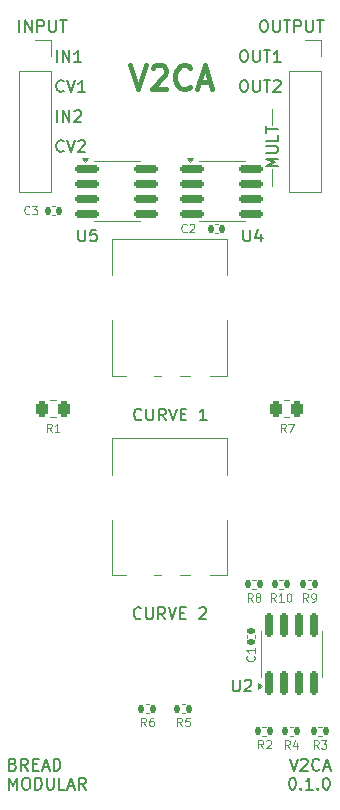
<source format=gbr>
%TF.GenerationSoftware,KiCad,Pcbnew,8.0.5*%
%TF.CreationDate,2024-11-14T15:36:57+05:30*%
%TF.ProjectId,v2ca,76326361-2e6b-4696-9361-645f70636258,rev?*%
%TF.SameCoordinates,Original*%
%TF.FileFunction,Legend,Top*%
%TF.FilePolarity,Positive*%
%FSLAX46Y46*%
G04 Gerber Fmt 4.6, Leading zero omitted, Abs format (unit mm)*
G04 Created by KiCad (PCBNEW 8.0.5) date 2024-11-14 15:36:57*
%MOMM*%
%LPD*%
G01*
G04 APERTURE LIST*
G04 Aperture macros list*
%AMRoundRect*
0 Rectangle with rounded corners*
0 $1 Rounding radius*
0 $2 $3 $4 $5 $6 $7 $8 $9 X,Y pos of 4 corners*
0 Add a 4 corners polygon primitive as box body*
4,1,4,$2,$3,$4,$5,$6,$7,$8,$9,$2,$3,0*
0 Add four circle primitives for the rounded corners*
1,1,$1+$1,$2,$3*
1,1,$1+$1,$4,$5*
1,1,$1+$1,$6,$7*
1,1,$1+$1,$8,$9*
0 Add four rect primitives between the rounded corners*
20,1,$1+$1,$2,$3,$4,$5,0*
20,1,$1+$1,$4,$5,$6,$7,0*
20,1,$1+$1,$6,$7,$8,$9,0*
20,1,$1+$1,$8,$9,$2,$3,0*%
G04 Aperture macros list end*
%ADD10C,0.100000*%
%ADD11C,0.150000*%
%ADD12C,0.200000*%
%ADD13C,0.400000*%
%ADD14C,0.120000*%
%ADD15RoundRect,0.150000X-0.825000X-0.150000X0.825000X-0.150000X0.825000X0.150000X-0.825000X0.150000X0*%
%ADD16R,2.290000X3.000000*%
%ADD17C,1.800000*%
%ADD18RoundRect,0.150000X0.150000X-0.825000X0.150000X0.825000X-0.150000X0.825000X-0.150000X-0.825000X0*%
%ADD19R,3.000000X2.290000*%
%ADD20R,1.800000X1.800000*%
%ADD21O,2.720000X3.240000*%
%ADD22RoundRect,0.135000X0.135000X0.185000X-0.135000X0.185000X-0.135000X-0.185000X0.135000X-0.185000X0*%
%ADD23RoundRect,0.250000X-0.262500X-0.450000X0.262500X-0.450000X0.262500X0.450000X-0.262500X0.450000X0*%
%ADD24RoundRect,0.250000X0.262500X0.450000X-0.262500X0.450000X-0.262500X-0.450000X0.262500X-0.450000X0*%
%ADD25R,1.700000X1.700000*%
%ADD26O,1.700000X1.700000*%
%ADD27RoundRect,0.140000X-0.140000X-0.170000X0.140000X-0.170000X0.140000X0.170000X-0.140000X0.170000X0*%
%ADD28RoundRect,0.140000X0.140000X0.170000X-0.140000X0.170000X-0.140000X-0.170000X0.140000X-0.170000X0*%
%ADD29RoundRect,0.140000X-0.170000X0.140000X-0.170000X-0.140000X0.170000X-0.140000X0.170000X0.140000X0*%
G04 APERTURE END LIST*
D10*
X70866000Y-55308500D02*
X70866000Y-56705500D01*
X70866000Y-50165000D02*
X70866000Y-51562000D01*
D11*
X71370819Y-55057493D02*
X70370819Y-55057493D01*
X70370819Y-55057493D02*
X71085104Y-54724160D01*
X71085104Y-54724160D02*
X70370819Y-54390827D01*
X70370819Y-54390827D02*
X71370819Y-54390827D01*
X70370819Y-53914636D02*
X71180342Y-53914636D01*
X71180342Y-53914636D02*
X71275580Y-53867017D01*
X71275580Y-53867017D02*
X71323200Y-53819398D01*
X71323200Y-53819398D02*
X71370819Y-53724160D01*
X71370819Y-53724160D02*
X71370819Y-53533684D01*
X71370819Y-53533684D02*
X71323200Y-53438446D01*
X71323200Y-53438446D02*
X71275580Y-53390827D01*
X71275580Y-53390827D02*
X71180342Y-53343208D01*
X71180342Y-53343208D02*
X70370819Y-53343208D01*
X71370819Y-52390827D02*
X71370819Y-52867017D01*
X71370819Y-52867017D02*
X70370819Y-52867017D01*
X70370819Y-52200350D02*
X70370819Y-51628922D01*
X71370819Y-51914636D02*
X70370819Y-51914636D01*
X68402363Y-47764819D02*
X68592839Y-47764819D01*
X68592839Y-47764819D02*
X68688077Y-47812438D01*
X68688077Y-47812438D02*
X68783315Y-47907676D01*
X68783315Y-47907676D02*
X68830934Y-48098152D01*
X68830934Y-48098152D02*
X68830934Y-48431485D01*
X68830934Y-48431485D02*
X68783315Y-48621961D01*
X68783315Y-48621961D02*
X68688077Y-48717200D01*
X68688077Y-48717200D02*
X68592839Y-48764819D01*
X68592839Y-48764819D02*
X68402363Y-48764819D01*
X68402363Y-48764819D02*
X68307125Y-48717200D01*
X68307125Y-48717200D02*
X68211887Y-48621961D01*
X68211887Y-48621961D02*
X68164268Y-48431485D01*
X68164268Y-48431485D02*
X68164268Y-48098152D01*
X68164268Y-48098152D02*
X68211887Y-47907676D01*
X68211887Y-47907676D02*
X68307125Y-47812438D01*
X68307125Y-47812438D02*
X68402363Y-47764819D01*
X69259506Y-47764819D02*
X69259506Y-48574342D01*
X69259506Y-48574342D02*
X69307125Y-48669580D01*
X69307125Y-48669580D02*
X69354744Y-48717200D01*
X69354744Y-48717200D02*
X69449982Y-48764819D01*
X69449982Y-48764819D02*
X69640458Y-48764819D01*
X69640458Y-48764819D02*
X69735696Y-48717200D01*
X69735696Y-48717200D02*
X69783315Y-48669580D01*
X69783315Y-48669580D02*
X69830934Y-48574342D01*
X69830934Y-48574342D02*
X69830934Y-47764819D01*
X70164268Y-47764819D02*
X70735696Y-47764819D01*
X70449982Y-48764819D02*
X70449982Y-47764819D01*
X71021411Y-47860057D02*
X71069030Y-47812438D01*
X71069030Y-47812438D02*
X71164268Y-47764819D01*
X71164268Y-47764819D02*
X71402363Y-47764819D01*
X71402363Y-47764819D02*
X71497601Y-47812438D01*
X71497601Y-47812438D02*
X71545220Y-47860057D01*
X71545220Y-47860057D02*
X71592839Y-47955295D01*
X71592839Y-47955295D02*
X71592839Y-48050533D01*
X71592839Y-48050533D02*
X71545220Y-48193390D01*
X71545220Y-48193390D02*
X70973792Y-48764819D01*
X70973792Y-48764819D02*
X71592839Y-48764819D01*
X68402363Y-45224819D02*
X68592839Y-45224819D01*
X68592839Y-45224819D02*
X68688077Y-45272438D01*
X68688077Y-45272438D02*
X68783315Y-45367676D01*
X68783315Y-45367676D02*
X68830934Y-45558152D01*
X68830934Y-45558152D02*
X68830934Y-45891485D01*
X68830934Y-45891485D02*
X68783315Y-46081961D01*
X68783315Y-46081961D02*
X68688077Y-46177200D01*
X68688077Y-46177200D02*
X68592839Y-46224819D01*
X68592839Y-46224819D02*
X68402363Y-46224819D01*
X68402363Y-46224819D02*
X68307125Y-46177200D01*
X68307125Y-46177200D02*
X68211887Y-46081961D01*
X68211887Y-46081961D02*
X68164268Y-45891485D01*
X68164268Y-45891485D02*
X68164268Y-45558152D01*
X68164268Y-45558152D02*
X68211887Y-45367676D01*
X68211887Y-45367676D02*
X68307125Y-45272438D01*
X68307125Y-45272438D02*
X68402363Y-45224819D01*
X69259506Y-45224819D02*
X69259506Y-46034342D01*
X69259506Y-46034342D02*
X69307125Y-46129580D01*
X69307125Y-46129580D02*
X69354744Y-46177200D01*
X69354744Y-46177200D02*
X69449982Y-46224819D01*
X69449982Y-46224819D02*
X69640458Y-46224819D01*
X69640458Y-46224819D02*
X69735696Y-46177200D01*
X69735696Y-46177200D02*
X69783315Y-46129580D01*
X69783315Y-46129580D02*
X69830934Y-46034342D01*
X69830934Y-46034342D02*
X69830934Y-45224819D01*
X70164268Y-45224819D02*
X70735696Y-45224819D01*
X70449982Y-46224819D02*
X70449982Y-45224819D01*
X71592839Y-46224819D02*
X71021411Y-46224819D01*
X71307125Y-46224819D02*
X71307125Y-45224819D01*
X71307125Y-45224819D02*
X71211887Y-45367676D01*
X71211887Y-45367676D02*
X71116649Y-45462914D01*
X71116649Y-45462914D02*
X71021411Y-45510533D01*
X53232207Y-53749580D02*
X53184588Y-53797200D01*
X53184588Y-53797200D02*
X53041731Y-53844819D01*
X53041731Y-53844819D02*
X52946493Y-53844819D01*
X52946493Y-53844819D02*
X52803636Y-53797200D01*
X52803636Y-53797200D02*
X52708398Y-53701961D01*
X52708398Y-53701961D02*
X52660779Y-53606723D01*
X52660779Y-53606723D02*
X52613160Y-53416247D01*
X52613160Y-53416247D02*
X52613160Y-53273390D01*
X52613160Y-53273390D02*
X52660779Y-53082914D01*
X52660779Y-53082914D02*
X52708398Y-52987676D01*
X52708398Y-52987676D02*
X52803636Y-52892438D01*
X52803636Y-52892438D02*
X52946493Y-52844819D01*
X52946493Y-52844819D02*
X53041731Y-52844819D01*
X53041731Y-52844819D02*
X53184588Y-52892438D01*
X53184588Y-52892438D02*
X53232207Y-52940057D01*
X53517922Y-52844819D02*
X53851255Y-53844819D01*
X53851255Y-53844819D02*
X54184588Y-52844819D01*
X54470303Y-52940057D02*
X54517922Y-52892438D01*
X54517922Y-52892438D02*
X54613160Y-52844819D01*
X54613160Y-52844819D02*
X54851255Y-52844819D01*
X54851255Y-52844819D02*
X54946493Y-52892438D01*
X54946493Y-52892438D02*
X54994112Y-52940057D01*
X54994112Y-52940057D02*
X55041731Y-53035295D01*
X55041731Y-53035295D02*
X55041731Y-53130533D01*
X55041731Y-53130533D02*
X54994112Y-53273390D01*
X54994112Y-53273390D02*
X54422684Y-53844819D01*
X54422684Y-53844819D02*
X55041731Y-53844819D01*
X53232207Y-48669580D02*
X53184588Y-48717200D01*
X53184588Y-48717200D02*
X53041731Y-48764819D01*
X53041731Y-48764819D02*
X52946493Y-48764819D01*
X52946493Y-48764819D02*
X52803636Y-48717200D01*
X52803636Y-48717200D02*
X52708398Y-48621961D01*
X52708398Y-48621961D02*
X52660779Y-48526723D01*
X52660779Y-48526723D02*
X52613160Y-48336247D01*
X52613160Y-48336247D02*
X52613160Y-48193390D01*
X52613160Y-48193390D02*
X52660779Y-48002914D01*
X52660779Y-48002914D02*
X52708398Y-47907676D01*
X52708398Y-47907676D02*
X52803636Y-47812438D01*
X52803636Y-47812438D02*
X52946493Y-47764819D01*
X52946493Y-47764819D02*
X53041731Y-47764819D01*
X53041731Y-47764819D02*
X53184588Y-47812438D01*
X53184588Y-47812438D02*
X53232207Y-47860057D01*
X53517922Y-47764819D02*
X53851255Y-48764819D01*
X53851255Y-48764819D02*
X54184588Y-47764819D01*
X55041731Y-48764819D02*
X54470303Y-48764819D01*
X54756017Y-48764819D02*
X54756017Y-47764819D01*
X54756017Y-47764819D02*
X54660779Y-47907676D01*
X54660779Y-47907676D02*
X54565541Y-48002914D01*
X54565541Y-48002914D02*
X54470303Y-48050533D01*
X52660779Y-51304819D02*
X52660779Y-50304819D01*
X53136969Y-51304819D02*
X53136969Y-50304819D01*
X53136969Y-50304819D02*
X53708397Y-51304819D01*
X53708397Y-51304819D02*
X53708397Y-50304819D01*
X54136969Y-50400057D02*
X54184588Y-50352438D01*
X54184588Y-50352438D02*
X54279826Y-50304819D01*
X54279826Y-50304819D02*
X54517921Y-50304819D01*
X54517921Y-50304819D02*
X54613159Y-50352438D01*
X54613159Y-50352438D02*
X54660778Y-50400057D01*
X54660778Y-50400057D02*
X54708397Y-50495295D01*
X54708397Y-50495295D02*
X54708397Y-50590533D01*
X54708397Y-50590533D02*
X54660778Y-50733390D01*
X54660778Y-50733390D02*
X54089350Y-51304819D01*
X54089350Y-51304819D02*
X54708397Y-51304819D01*
X52660779Y-46224819D02*
X52660779Y-45224819D01*
X53136969Y-46224819D02*
X53136969Y-45224819D01*
X53136969Y-45224819D02*
X53708397Y-46224819D01*
X53708397Y-46224819D02*
X53708397Y-45224819D01*
X54708397Y-46224819D02*
X54136969Y-46224819D01*
X54422683Y-46224819D02*
X54422683Y-45224819D01*
X54422683Y-45224819D02*
X54327445Y-45367676D01*
X54327445Y-45367676D02*
X54232207Y-45462914D01*
X54232207Y-45462914D02*
X54136969Y-45510533D01*
X70101220Y-42684819D02*
X70291696Y-42684819D01*
X70291696Y-42684819D02*
X70386934Y-42732438D01*
X70386934Y-42732438D02*
X70482172Y-42827676D01*
X70482172Y-42827676D02*
X70529791Y-43018152D01*
X70529791Y-43018152D02*
X70529791Y-43351485D01*
X70529791Y-43351485D02*
X70482172Y-43541961D01*
X70482172Y-43541961D02*
X70386934Y-43637200D01*
X70386934Y-43637200D02*
X70291696Y-43684819D01*
X70291696Y-43684819D02*
X70101220Y-43684819D01*
X70101220Y-43684819D02*
X70005982Y-43637200D01*
X70005982Y-43637200D02*
X69910744Y-43541961D01*
X69910744Y-43541961D02*
X69863125Y-43351485D01*
X69863125Y-43351485D02*
X69863125Y-43018152D01*
X69863125Y-43018152D02*
X69910744Y-42827676D01*
X69910744Y-42827676D02*
X70005982Y-42732438D01*
X70005982Y-42732438D02*
X70101220Y-42684819D01*
X70958363Y-42684819D02*
X70958363Y-43494342D01*
X70958363Y-43494342D02*
X71005982Y-43589580D01*
X71005982Y-43589580D02*
X71053601Y-43637200D01*
X71053601Y-43637200D02*
X71148839Y-43684819D01*
X71148839Y-43684819D02*
X71339315Y-43684819D01*
X71339315Y-43684819D02*
X71434553Y-43637200D01*
X71434553Y-43637200D02*
X71482172Y-43589580D01*
X71482172Y-43589580D02*
X71529791Y-43494342D01*
X71529791Y-43494342D02*
X71529791Y-42684819D01*
X71863125Y-42684819D02*
X72434553Y-42684819D01*
X72148839Y-43684819D02*
X72148839Y-42684819D01*
X72767887Y-43684819D02*
X72767887Y-42684819D01*
X72767887Y-42684819D02*
X73148839Y-42684819D01*
X73148839Y-42684819D02*
X73244077Y-42732438D01*
X73244077Y-42732438D02*
X73291696Y-42780057D01*
X73291696Y-42780057D02*
X73339315Y-42875295D01*
X73339315Y-42875295D02*
X73339315Y-43018152D01*
X73339315Y-43018152D02*
X73291696Y-43113390D01*
X73291696Y-43113390D02*
X73244077Y-43161009D01*
X73244077Y-43161009D02*
X73148839Y-43208628D01*
X73148839Y-43208628D02*
X72767887Y-43208628D01*
X73767887Y-42684819D02*
X73767887Y-43494342D01*
X73767887Y-43494342D02*
X73815506Y-43589580D01*
X73815506Y-43589580D02*
X73863125Y-43637200D01*
X73863125Y-43637200D02*
X73958363Y-43684819D01*
X73958363Y-43684819D02*
X74148839Y-43684819D01*
X74148839Y-43684819D02*
X74244077Y-43637200D01*
X74244077Y-43637200D02*
X74291696Y-43589580D01*
X74291696Y-43589580D02*
X74339315Y-43494342D01*
X74339315Y-43494342D02*
X74339315Y-42684819D01*
X74672649Y-42684819D02*
X75244077Y-42684819D01*
X74958363Y-43684819D02*
X74958363Y-42684819D01*
X49485779Y-43684819D02*
X49485779Y-42684819D01*
X49961969Y-43684819D02*
X49961969Y-42684819D01*
X49961969Y-42684819D02*
X50533397Y-43684819D01*
X50533397Y-43684819D02*
X50533397Y-42684819D01*
X51009588Y-43684819D02*
X51009588Y-42684819D01*
X51009588Y-42684819D02*
X51390540Y-42684819D01*
X51390540Y-42684819D02*
X51485778Y-42732438D01*
X51485778Y-42732438D02*
X51533397Y-42780057D01*
X51533397Y-42780057D02*
X51581016Y-42875295D01*
X51581016Y-42875295D02*
X51581016Y-43018152D01*
X51581016Y-43018152D02*
X51533397Y-43113390D01*
X51533397Y-43113390D02*
X51485778Y-43161009D01*
X51485778Y-43161009D02*
X51390540Y-43208628D01*
X51390540Y-43208628D02*
X51009588Y-43208628D01*
X52009588Y-42684819D02*
X52009588Y-43494342D01*
X52009588Y-43494342D02*
X52057207Y-43589580D01*
X52057207Y-43589580D02*
X52104826Y-43637200D01*
X52104826Y-43637200D02*
X52200064Y-43684819D01*
X52200064Y-43684819D02*
X52390540Y-43684819D01*
X52390540Y-43684819D02*
X52485778Y-43637200D01*
X52485778Y-43637200D02*
X52533397Y-43589580D01*
X52533397Y-43589580D02*
X52581016Y-43494342D01*
X52581016Y-43494342D02*
X52581016Y-42684819D01*
X52914350Y-42684819D02*
X53485778Y-42684819D01*
X53200064Y-43684819D02*
X53200064Y-42684819D01*
X59778878Y-93299567D02*
X59731259Y-93347187D01*
X59731259Y-93347187D02*
X59588402Y-93394806D01*
X59588402Y-93394806D02*
X59493164Y-93394806D01*
X59493164Y-93394806D02*
X59350307Y-93347187D01*
X59350307Y-93347187D02*
X59255069Y-93251948D01*
X59255069Y-93251948D02*
X59207450Y-93156710D01*
X59207450Y-93156710D02*
X59159831Y-92966234D01*
X59159831Y-92966234D02*
X59159831Y-92823377D01*
X59159831Y-92823377D02*
X59207450Y-92632901D01*
X59207450Y-92632901D02*
X59255069Y-92537663D01*
X59255069Y-92537663D02*
X59350307Y-92442425D01*
X59350307Y-92442425D02*
X59493164Y-92394806D01*
X59493164Y-92394806D02*
X59588402Y-92394806D01*
X59588402Y-92394806D02*
X59731259Y-92442425D01*
X59731259Y-92442425D02*
X59778878Y-92490044D01*
X60207450Y-92394806D02*
X60207450Y-93204329D01*
X60207450Y-93204329D02*
X60255069Y-93299567D01*
X60255069Y-93299567D02*
X60302688Y-93347187D01*
X60302688Y-93347187D02*
X60397926Y-93394806D01*
X60397926Y-93394806D02*
X60588402Y-93394806D01*
X60588402Y-93394806D02*
X60683640Y-93347187D01*
X60683640Y-93347187D02*
X60731259Y-93299567D01*
X60731259Y-93299567D02*
X60778878Y-93204329D01*
X60778878Y-93204329D02*
X60778878Y-92394806D01*
X61826497Y-93394806D02*
X61493164Y-92918615D01*
X61255069Y-93394806D02*
X61255069Y-92394806D01*
X61255069Y-92394806D02*
X61636021Y-92394806D01*
X61636021Y-92394806D02*
X61731259Y-92442425D01*
X61731259Y-92442425D02*
X61778878Y-92490044D01*
X61778878Y-92490044D02*
X61826497Y-92585282D01*
X61826497Y-92585282D02*
X61826497Y-92728139D01*
X61826497Y-92728139D02*
X61778878Y-92823377D01*
X61778878Y-92823377D02*
X61731259Y-92870996D01*
X61731259Y-92870996D02*
X61636021Y-92918615D01*
X61636021Y-92918615D02*
X61255069Y-92918615D01*
X62112212Y-92394806D02*
X62445545Y-93394806D01*
X62445545Y-93394806D02*
X62778878Y-92394806D01*
X63112212Y-92870996D02*
X63445545Y-92870996D01*
X63588402Y-93394806D02*
X63112212Y-93394806D01*
X63112212Y-93394806D02*
X63112212Y-92394806D01*
X63112212Y-92394806D02*
X63588402Y-92394806D01*
X64731260Y-92490044D02*
X64778879Y-92442425D01*
X64778879Y-92442425D02*
X64874117Y-92394806D01*
X64874117Y-92394806D02*
X65112212Y-92394806D01*
X65112212Y-92394806D02*
X65207450Y-92442425D01*
X65207450Y-92442425D02*
X65255069Y-92490044D01*
X65255069Y-92490044D02*
X65302688Y-92585282D01*
X65302688Y-92585282D02*
X65302688Y-92680520D01*
X65302688Y-92680520D02*
X65255069Y-92823377D01*
X65255069Y-92823377D02*
X64683641Y-93394806D01*
X64683641Y-93394806D02*
X65302688Y-93394806D01*
X59815453Y-76474640D02*
X59767834Y-76522260D01*
X59767834Y-76522260D02*
X59624977Y-76569879D01*
X59624977Y-76569879D02*
X59529739Y-76569879D01*
X59529739Y-76569879D02*
X59386882Y-76522260D01*
X59386882Y-76522260D02*
X59291644Y-76427021D01*
X59291644Y-76427021D02*
X59244025Y-76331783D01*
X59244025Y-76331783D02*
X59196406Y-76141307D01*
X59196406Y-76141307D02*
X59196406Y-75998450D01*
X59196406Y-75998450D02*
X59244025Y-75807974D01*
X59244025Y-75807974D02*
X59291644Y-75712736D01*
X59291644Y-75712736D02*
X59386882Y-75617498D01*
X59386882Y-75617498D02*
X59529739Y-75569879D01*
X59529739Y-75569879D02*
X59624977Y-75569879D01*
X59624977Y-75569879D02*
X59767834Y-75617498D01*
X59767834Y-75617498D02*
X59815453Y-75665117D01*
X60244025Y-75569879D02*
X60244025Y-76379402D01*
X60244025Y-76379402D02*
X60291644Y-76474640D01*
X60291644Y-76474640D02*
X60339263Y-76522260D01*
X60339263Y-76522260D02*
X60434501Y-76569879D01*
X60434501Y-76569879D02*
X60624977Y-76569879D01*
X60624977Y-76569879D02*
X60720215Y-76522260D01*
X60720215Y-76522260D02*
X60767834Y-76474640D01*
X60767834Y-76474640D02*
X60815453Y-76379402D01*
X60815453Y-76379402D02*
X60815453Y-75569879D01*
X61863072Y-76569879D02*
X61529739Y-76093688D01*
X61291644Y-76569879D02*
X61291644Y-75569879D01*
X61291644Y-75569879D02*
X61672596Y-75569879D01*
X61672596Y-75569879D02*
X61767834Y-75617498D01*
X61767834Y-75617498D02*
X61815453Y-75665117D01*
X61815453Y-75665117D02*
X61863072Y-75760355D01*
X61863072Y-75760355D02*
X61863072Y-75903212D01*
X61863072Y-75903212D02*
X61815453Y-75998450D01*
X61815453Y-75998450D02*
X61767834Y-76046069D01*
X61767834Y-76046069D02*
X61672596Y-76093688D01*
X61672596Y-76093688D02*
X61291644Y-76093688D01*
X62148787Y-75569879D02*
X62482120Y-76569879D01*
X62482120Y-76569879D02*
X62815453Y-75569879D01*
X63148787Y-76046069D02*
X63482120Y-76046069D01*
X63624977Y-76569879D02*
X63148787Y-76569879D01*
X63148787Y-76569879D02*
X63148787Y-75569879D01*
X63148787Y-75569879D02*
X63624977Y-75569879D01*
X65339263Y-76569879D02*
X64767835Y-76569879D01*
X65053549Y-76569879D02*
X65053549Y-75569879D01*
X65053549Y-75569879D02*
X64958311Y-75712736D01*
X64958311Y-75712736D02*
X64863073Y-75807974D01*
X64863073Y-75807974D02*
X64767835Y-75855593D01*
D12*
X72369993Y-105207275D02*
X72703326Y-106207275D01*
X72703326Y-106207275D02*
X73036659Y-105207275D01*
X73322374Y-105302513D02*
X73369993Y-105254894D01*
X73369993Y-105254894D02*
X73465231Y-105207275D01*
X73465231Y-105207275D02*
X73703326Y-105207275D01*
X73703326Y-105207275D02*
X73798564Y-105254894D01*
X73798564Y-105254894D02*
X73846183Y-105302513D01*
X73846183Y-105302513D02*
X73893802Y-105397751D01*
X73893802Y-105397751D02*
X73893802Y-105492989D01*
X73893802Y-105492989D02*
X73846183Y-105635846D01*
X73846183Y-105635846D02*
X73274755Y-106207275D01*
X73274755Y-106207275D02*
X73893802Y-106207275D01*
X74893802Y-106112036D02*
X74846183Y-106159656D01*
X74846183Y-106159656D02*
X74703326Y-106207275D01*
X74703326Y-106207275D02*
X74608088Y-106207275D01*
X74608088Y-106207275D02*
X74465231Y-106159656D01*
X74465231Y-106159656D02*
X74369993Y-106064417D01*
X74369993Y-106064417D02*
X74322374Y-105969179D01*
X74322374Y-105969179D02*
X74274755Y-105778703D01*
X74274755Y-105778703D02*
X74274755Y-105635846D01*
X74274755Y-105635846D02*
X74322374Y-105445370D01*
X74322374Y-105445370D02*
X74369993Y-105350132D01*
X74369993Y-105350132D02*
X74465231Y-105254894D01*
X74465231Y-105254894D02*
X74608088Y-105207275D01*
X74608088Y-105207275D02*
X74703326Y-105207275D01*
X74703326Y-105207275D02*
X74846183Y-105254894D01*
X74846183Y-105254894D02*
X74893802Y-105302513D01*
X75274755Y-105921560D02*
X75750945Y-105921560D01*
X75179517Y-106207275D02*
X75512850Y-105207275D01*
X75512850Y-105207275D02*
X75846183Y-106207275D01*
X72560470Y-106817219D02*
X72655708Y-106817219D01*
X72655708Y-106817219D02*
X72750946Y-106864838D01*
X72750946Y-106864838D02*
X72798565Y-106912457D01*
X72798565Y-106912457D02*
X72846184Y-107007695D01*
X72846184Y-107007695D02*
X72893803Y-107198171D01*
X72893803Y-107198171D02*
X72893803Y-107436266D01*
X72893803Y-107436266D02*
X72846184Y-107626742D01*
X72846184Y-107626742D02*
X72798565Y-107721980D01*
X72798565Y-107721980D02*
X72750946Y-107769600D01*
X72750946Y-107769600D02*
X72655708Y-107817219D01*
X72655708Y-107817219D02*
X72560470Y-107817219D01*
X72560470Y-107817219D02*
X72465232Y-107769600D01*
X72465232Y-107769600D02*
X72417613Y-107721980D01*
X72417613Y-107721980D02*
X72369994Y-107626742D01*
X72369994Y-107626742D02*
X72322375Y-107436266D01*
X72322375Y-107436266D02*
X72322375Y-107198171D01*
X72322375Y-107198171D02*
X72369994Y-107007695D01*
X72369994Y-107007695D02*
X72417613Y-106912457D01*
X72417613Y-106912457D02*
X72465232Y-106864838D01*
X72465232Y-106864838D02*
X72560470Y-106817219D01*
X73322375Y-107721980D02*
X73369994Y-107769600D01*
X73369994Y-107769600D02*
X73322375Y-107817219D01*
X73322375Y-107817219D02*
X73274756Y-107769600D01*
X73274756Y-107769600D02*
X73322375Y-107721980D01*
X73322375Y-107721980D02*
X73322375Y-107817219D01*
X74322374Y-107817219D02*
X73750946Y-107817219D01*
X74036660Y-107817219D02*
X74036660Y-106817219D01*
X74036660Y-106817219D02*
X73941422Y-106960076D01*
X73941422Y-106960076D02*
X73846184Y-107055314D01*
X73846184Y-107055314D02*
X73750946Y-107102933D01*
X74750946Y-107721980D02*
X74798565Y-107769600D01*
X74798565Y-107769600D02*
X74750946Y-107817219D01*
X74750946Y-107817219D02*
X74703327Y-107769600D01*
X74703327Y-107769600D02*
X74750946Y-107721980D01*
X74750946Y-107721980D02*
X74750946Y-107817219D01*
X75417612Y-106817219D02*
X75512850Y-106817219D01*
X75512850Y-106817219D02*
X75608088Y-106864838D01*
X75608088Y-106864838D02*
X75655707Y-106912457D01*
X75655707Y-106912457D02*
X75703326Y-107007695D01*
X75703326Y-107007695D02*
X75750945Y-107198171D01*
X75750945Y-107198171D02*
X75750945Y-107436266D01*
X75750945Y-107436266D02*
X75703326Y-107626742D01*
X75703326Y-107626742D02*
X75655707Y-107721980D01*
X75655707Y-107721980D02*
X75608088Y-107769600D01*
X75608088Y-107769600D02*
X75512850Y-107817219D01*
X75512850Y-107817219D02*
X75417612Y-107817219D01*
X75417612Y-107817219D02*
X75322374Y-107769600D01*
X75322374Y-107769600D02*
X75274755Y-107721980D01*
X75274755Y-107721980D02*
X75227136Y-107626742D01*
X75227136Y-107626742D02*
X75179517Y-107436266D01*
X75179517Y-107436266D02*
X75179517Y-107198171D01*
X75179517Y-107198171D02*
X75227136Y-107007695D01*
X75227136Y-107007695D02*
X75274755Y-106912457D01*
X75274755Y-106912457D02*
X75322374Y-106864838D01*
X75322374Y-106864838D02*
X75417612Y-106817219D01*
D13*
X58873633Y-46502438D02*
X59540299Y-48502438D01*
X59540299Y-48502438D02*
X60206966Y-46502438D01*
X60778395Y-46692914D02*
X60873633Y-46597676D01*
X60873633Y-46597676D02*
X61064109Y-46502438D01*
X61064109Y-46502438D02*
X61540300Y-46502438D01*
X61540300Y-46502438D02*
X61730776Y-46597676D01*
X61730776Y-46597676D02*
X61826014Y-46692914D01*
X61826014Y-46692914D02*
X61921252Y-46883390D01*
X61921252Y-46883390D02*
X61921252Y-47073866D01*
X61921252Y-47073866D02*
X61826014Y-47359580D01*
X61826014Y-47359580D02*
X60683157Y-48502438D01*
X60683157Y-48502438D02*
X61921252Y-48502438D01*
X63921252Y-48311961D02*
X63826014Y-48407200D01*
X63826014Y-48407200D02*
X63540300Y-48502438D01*
X63540300Y-48502438D02*
X63349824Y-48502438D01*
X63349824Y-48502438D02*
X63064109Y-48407200D01*
X63064109Y-48407200D02*
X62873633Y-48216723D01*
X62873633Y-48216723D02*
X62778395Y-48026247D01*
X62778395Y-48026247D02*
X62683157Y-47645295D01*
X62683157Y-47645295D02*
X62683157Y-47359580D01*
X62683157Y-47359580D02*
X62778395Y-46978628D01*
X62778395Y-46978628D02*
X62873633Y-46788152D01*
X62873633Y-46788152D02*
X63064109Y-46597676D01*
X63064109Y-46597676D02*
X63349824Y-46502438D01*
X63349824Y-46502438D02*
X63540300Y-46502438D01*
X63540300Y-46502438D02*
X63826014Y-46597676D01*
X63826014Y-46597676D02*
X63921252Y-46692914D01*
X64683157Y-47931009D02*
X65635538Y-47931009D01*
X64492681Y-48502438D02*
X65159347Y-46502438D01*
X65159347Y-46502438D02*
X65826014Y-48502438D01*
D12*
X48963006Y-105683465D02*
X49105863Y-105731084D01*
X49105863Y-105731084D02*
X49153482Y-105778703D01*
X49153482Y-105778703D02*
X49201101Y-105873941D01*
X49201101Y-105873941D02*
X49201101Y-106016798D01*
X49201101Y-106016798D02*
X49153482Y-106112036D01*
X49153482Y-106112036D02*
X49105863Y-106159656D01*
X49105863Y-106159656D02*
X49010625Y-106207275D01*
X49010625Y-106207275D02*
X48629673Y-106207275D01*
X48629673Y-106207275D02*
X48629673Y-105207275D01*
X48629673Y-105207275D02*
X48963006Y-105207275D01*
X48963006Y-105207275D02*
X49058244Y-105254894D01*
X49058244Y-105254894D02*
X49105863Y-105302513D01*
X49105863Y-105302513D02*
X49153482Y-105397751D01*
X49153482Y-105397751D02*
X49153482Y-105492989D01*
X49153482Y-105492989D02*
X49105863Y-105588227D01*
X49105863Y-105588227D02*
X49058244Y-105635846D01*
X49058244Y-105635846D02*
X48963006Y-105683465D01*
X48963006Y-105683465D02*
X48629673Y-105683465D01*
X50201101Y-106207275D02*
X49867768Y-105731084D01*
X49629673Y-106207275D02*
X49629673Y-105207275D01*
X49629673Y-105207275D02*
X50010625Y-105207275D01*
X50010625Y-105207275D02*
X50105863Y-105254894D01*
X50105863Y-105254894D02*
X50153482Y-105302513D01*
X50153482Y-105302513D02*
X50201101Y-105397751D01*
X50201101Y-105397751D02*
X50201101Y-105540608D01*
X50201101Y-105540608D02*
X50153482Y-105635846D01*
X50153482Y-105635846D02*
X50105863Y-105683465D01*
X50105863Y-105683465D02*
X50010625Y-105731084D01*
X50010625Y-105731084D02*
X49629673Y-105731084D01*
X50629673Y-105683465D02*
X50963006Y-105683465D01*
X51105863Y-106207275D02*
X50629673Y-106207275D01*
X50629673Y-106207275D02*
X50629673Y-105207275D01*
X50629673Y-105207275D02*
X51105863Y-105207275D01*
X51486816Y-105921560D02*
X51963006Y-105921560D01*
X51391578Y-106207275D02*
X51724911Y-105207275D01*
X51724911Y-105207275D02*
X52058244Y-106207275D01*
X52391578Y-106207275D02*
X52391578Y-105207275D01*
X52391578Y-105207275D02*
X52629673Y-105207275D01*
X52629673Y-105207275D02*
X52772530Y-105254894D01*
X52772530Y-105254894D02*
X52867768Y-105350132D01*
X52867768Y-105350132D02*
X52915387Y-105445370D01*
X52915387Y-105445370D02*
X52963006Y-105635846D01*
X52963006Y-105635846D02*
X52963006Y-105778703D01*
X52963006Y-105778703D02*
X52915387Y-105969179D01*
X52915387Y-105969179D02*
X52867768Y-106064417D01*
X52867768Y-106064417D02*
X52772530Y-106159656D01*
X52772530Y-106159656D02*
X52629673Y-106207275D01*
X52629673Y-106207275D02*
X52391578Y-106207275D01*
X48629673Y-107817219D02*
X48629673Y-106817219D01*
X48629673Y-106817219D02*
X48963006Y-107531504D01*
X48963006Y-107531504D02*
X49296339Y-106817219D01*
X49296339Y-106817219D02*
X49296339Y-107817219D01*
X49963006Y-106817219D02*
X50153482Y-106817219D01*
X50153482Y-106817219D02*
X50248720Y-106864838D01*
X50248720Y-106864838D02*
X50343958Y-106960076D01*
X50343958Y-106960076D02*
X50391577Y-107150552D01*
X50391577Y-107150552D02*
X50391577Y-107483885D01*
X50391577Y-107483885D02*
X50343958Y-107674361D01*
X50343958Y-107674361D02*
X50248720Y-107769600D01*
X50248720Y-107769600D02*
X50153482Y-107817219D01*
X50153482Y-107817219D02*
X49963006Y-107817219D01*
X49963006Y-107817219D02*
X49867768Y-107769600D01*
X49867768Y-107769600D02*
X49772530Y-107674361D01*
X49772530Y-107674361D02*
X49724911Y-107483885D01*
X49724911Y-107483885D02*
X49724911Y-107150552D01*
X49724911Y-107150552D02*
X49772530Y-106960076D01*
X49772530Y-106960076D02*
X49867768Y-106864838D01*
X49867768Y-106864838D02*
X49963006Y-106817219D01*
X50820149Y-107817219D02*
X50820149Y-106817219D01*
X50820149Y-106817219D02*
X51058244Y-106817219D01*
X51058244Y-106817219D02*
X51201101Y-106864838D01*
X51201101Y-106864838D02*
X51296339Y-106960076D01*
X51296339Y-106960076D02*
X51343958Y-107055314D01*
X51343958Y-107055314D02*
X51391577Y-107245790D01*
X51391577Y-107245790D02*
X51391577Y-107388647D01*
X51391577Y-107388647D02*
X51343958Y-107579123D01*
X51343958Y-107579123D02*
X51296339Y-107674361D01*
X51296339Y-107674361D02*
X51201101Y-107769600D01*
X51201101Y-107769600D02*
X51058244Y-107817219D01*
X51058244Y-107817219D02*
X50820149Y-107817219D01*
X51820149Y-106817219D02*
X51820149Y-107626742D01*
X51820149Y-107626742D02*
X51867768Y-107721980D01*
X51867768Y-107721980D02*
X51915387Y-107769600D01*
X51915387Y-107769600D02*
X52010625Y-107817219D01*
X52010625Y-107817219D02*
X52201101Y-107817219D01*
X52201101Y-107817219D02*
X52296339Y-107769600D01*
X52296339Y-107769600D02*
X52343958Y-107721980D01*
X52343958Y-107721980D02*
X52391577Y-107626742D01*
X52391577Y-107626742D02*
X52391577Y-106817219D01*
X53343958Y-107817219D02*
X52867768Y-107817219D01*
X52867768Y-107817219D02*
X52867768Y-106817219D01*
X53629673Y-107531504D02*
X54105863Y-107531504D01*
X53534435Y-107817219D02*
X53867768Y-106817219D01*
X53867768Y-106817219D02*
X54201101Y-107817219D01*
X55105863Y-107817219D02*
X54772530Y-107341028D01*
X54534435Y-107817219D02*
X54534435Y-106817219D01*
X54534435Y-106817219D02*
X54915387Y-106817219D01*
X54915387Y-106817219D02*
X55010625Y-106864838D01*
X55010625Y-106864838D02*
X55058244Y-106912457D01*
X55058244Y-106912457D02*
X55105863Y-107007695D01*
X55105863Y-107007695D02*
X55105863Y-107150552D01*
X55105863Y-107150552D02*
X55058244Y-107245790D01*
X55058244Y-107245790D02*
X55010625Y-107293409D01*
X55010625Y-107293409D02*
X54915387Y-107341028D01*
X54915387Y-107341028D02*
X54534435Y-107341028D01*
D11*
X54483095Y-60414819D02*
X54483095Y-61224342D01*
X54483095Y-61224342D02*
X54530714Y-61319580D01*
X54530714Y-61319580D02*
X54578333Y-61367200D01*
X54578333Y-61367200D02*
X54673571Y-61414819D01*
X54673571Y-61414819D02*
X54864047Y-61414819D01*
X54864047Y-61414819D02*
X54959285Y-61367200D01*
X54959285Y-61367200D02*
X55006904Y-61319580D01*
X55006904Y-61319580D02*
X55054523Y-61224342D01*
X55054523Y-61224342D02*
X55054523Y-60414819D01*
X56006904Y-60414819D02*
X55530714Y-60414819D01*
X55530714Y-60414819D02*
X55483095Y-60891009D01*
X55483095Y-60891009D02*
X55530714Y-60843390D01*
X55530714Y-60843390D02*
X55625952Y-60795771D01*
X55625952Y-60795771D02*
X55864047Y-60795771D01*
X55864047Y-60795771D02*
X55959285Y-60843390D01*
X55959285Y-60843390D02*
X56006904Y-60891009D01*
X56006904Y-60891009D02*
X56054523Y-60986247D01*
X56054523Y-60986247D02*
X56054523Y-61224342D01*
X56054523Y-61224342D02*
X56006904Y-61319580D01*
X56006904Y-61319580D02*
X55959285Y-61367200D01*
X55959285Y-61367200D02*
X55864047Y-61414819D01*
X55864047Y-61414819D02*
X55625952Y-61414819D01*
X55625952Y-61414819D02*
X55530714Y-61367200D01*
X55530714Y-61367200D02*
X55483095Y-61319580D01*
X68453095Y-60414819D02*
X68453095Y-61224342D01*
X68453095Y-61224342D02*
X68500714Y-61319580D01*
X68500714Y-61319580D02*
X68548333Y-61367200D01*
X68548333Y-61367200D02*
X68643571Y-61414819D01*
X68643571Y-61414819D02*
X68834047Y-61414819D01*
X68834047Y-61414819D02*
X68929285Y-61367200D01*
X68929285Y-61367200D02*
X68976904Y-61319580D01*
X68976904Y-61319580D02*
X69024523Y-61224342D01*
X69024523Y-61224342D02*
X69024523Y-60414819D01*
X69929285Y-60748152D02*
X69929285Y-61414819D01*
X69691190Y-60367200D02*
X69453095Y-61081485D01*
X69453095Y-61081485D02*
X70072142Y-61081485D01*
X67564095Y-98514819D02*
X67564095Y-99324342D01*
X67564095Y-99324342D02*
X67611714Y-99419580D01*
X67611714Y-99419580D02*
X67659333Y-99467200D01*
X67659333Y-99467200D02*
X67754571Y-99514819D01*
X67754571Y-99514819D02*
X67945047Y-99514819D01*
X67945047Y-99514819D02*
X68040285Y-99467200D01*
X68040285Y-99467200D02*
X68087904Y-99419580D01*
X68087904Y-99419580D02*
X68135523Y-99324342D01*
X68135523Y-99324342D02*
X68135523Y-98514819D01*
X68564095Y-98610057D02*
X68611714Y-98562438D01*
X68611714Y-98562438D02*
X68706952Y-98514819D01*
X68706952Y-98514819D02*
X68945047Y-98514819D01*
X68945047Y-98514819D02*
X69040285Y-98562438D01*
X69040285Y-98562438D02*
X69087904Y-98610057D01*
X69087904Y-98610057D02*
X69135523Y-98705295D01*
X69135523Y-98705295D02*
X69135523Y-98800533D01*
X69135523Y-98800533D02*
X69087904Y-98943390D01*
X69087904Y-98943390D02*
X68516476Y-99514819D01*
X68516476Y-99514819D02*
X69135523Y-99514819D01*
D10*
X71179999Y-91912633D02*
X70946666Y-91579300D01*
X70779999Y-91912633D02*
X70779999Y-91212633D01*
X70779999Y-91212633D02*
X71046666Y-91212633D01*
X71046666Y-91212633D02*
X71113333Y-91245966D01*
X71113333Y-91245966D02*
X71146666Y-91279300D01*
X71146666Y-91279300D02*
X71179999Y-91345966D01*
X71179999Y-91345966D02*
X71179999Y-91445966D01*
X71179999Y-91445966D02*
X71146666Y-91512633D01*
X71146666Y-91512633D02*
X71113333Y-91545966D01*
X71113333Y-91545966D02*
X71046666Y-91579300D01*
X71046666Y-91579300D02*
X70779999Y-91579300D01*
X71846666Y-91912633D02*
X71446666Y-91912633D01*
X71646666Y-91912633D02*
X71646666Y-91212633D01*
X71646666Y-91212633D02*
X71579999Y-91312633D01*
X71579999Y-91312633D02*
X71513333Y-91379300D01*
X71513333Y-91379300D02*
X71446666Y-91412633D01*
X72280000Y-91212633D02*
X72346666Y-91212633D01*
X72346666Y-91212633D02*
X72413333Y-91245966D01*
X72413333Y-91245966D02*
X72446666Y-91279300D01*
X72446666Y-91279300D02*
X72480000Y-91345966D01*
X72480000Y-91345966D02*
X72513333Y-91479300D01*
X72513333Y-91479300D02*
X72513333Y-91645966D01*
X72513333Y-91645966D02*
X72480000Y-91779300D01*
X72480000Y-91779300D02*
X72446666Y-91845966D01*
X72446666Y-91845966D02*
X72413333Y-91879300D01*
X72413333Y-91879300D02*
X72346666Y-91912633D01*
X72346666Y-91912633D02*
X72280000Y-91912633D01*
X72280000Y-91912633D02*
X72213333Y-91879300D01*
X72213333Y-91879300D02*
X72180000Y-91845966D01*
X72180000Y-91845966D02*
X72146666Y-91779300D01*
X72146666Y-91779300D02*
X72113333Y-91645966D01*
X72113333Y-91645966D02*
X72113333Y-91479300D01*
X72113333Y-91479300D02*
X72146666Y-91345966D01*
X72146666Y-91345966D02*
X72180000Y-91279300D01*
X72180000Y-91279300D02*
X72213333Y-91245966D01*
X72213333Y-91245966D02*
X72280000Y-91212633D01*
X73924333Y-91912633D02*
X73691000Y-91579300D01*
X73524333Y-91912633D02*
X73524333Y-91212633D01*
X73524333Y-91212633D02*
X73791000Y-91212633D01*
X73791000Y-91212633D02*
X73857667Y-91245966D01*
X73857667Y-91245966D02*
X73891000Y-91279300D01*
X73891000Y-91279300D02*
X73924333Y-91345966D01*
X73924333Y-91345966D02*
X73924333Y-91445966D01*
X73924333Y-91445966D02*
X73891000Y-91512633D01*
X73891000Y-91512633D02*
X73857667Y-91545966D01*
X73857667Y-91545966D02*
X73791000Y-91579300D01*
X73791000Y-91579300D02*
X73524333Y-91579300D01*
X74257667Y-91912633D02*
X74391000Y-91912633D01*
X74391000Y-91912633D02*
X74457667Y-91879300D01*
X74457667Y-91879300D02*
X74491000Y-91845966D01*
X74491000Y-91845966D02*
X74557667Y-91745966D01*
X74557667Y-91745966D02*
X74591000Y-91612633D01*
X74591000Y-91612633D02*
X74591000Y-91345966D01*
X74591000Y-91345966D02*
X74557667Y-91279300D01*
X74557667Y-91279300D02*
X74524333Y-91245966D01*
X74524333Y-91245966D02*
X74457667Y-91212633D01*
X74457667Y-91212633D02*
X74324333Y-91212633D01*
X74324333Y-91212633D02*
X74257667Y-91245966D01*
X74257667Y-91245966D02*
X74224333Y-91279300D01*
X74224333Y-91279300D02*
X74191000Y-91345966D01*
X74191000Y-91345966D02*
X74191000Y-91512633D01*
X74191000Y-91512633D02*
X74224333Y-91579300D01*
X74224333Y-91579300D02*
X74257667Y-91612633D01*
X74257667Y-91612633D02*
X74324333Y-91645966D01*
X74324333Y-91645966D02*
X74457667Y-91645966D01*
X74457667Y-91645966D02*
X74524333Y-91612633D01*
X74524333Y-91612633D02*
X74557667Y-91579300D01*
X74557667Y-91579300D02*
X74591000Y-91512633D01*
X69225333Y-91912633D02*
X68992000Y-91579300D01*
X68825333Y-91912633D02*
X68825333Y-91212633D01*
X68825333Y-91212633D02*
X69092000Y-91212633D01*
X69092000Y-91212633D02*
X69158667Y-91245966D01*
X69158667Y-91245966D02*
X69192000Y-91279300D01*
X69192000Y-91279300D02*
X69225333Y-91345966D01*
X69225333Y-91345966D02*
X69225333Y-91445966D01*
X69225333Y-91445966D02*
X69192000Y-91512633D01*
X69192000Y-91512633D02*
X69158667Y-91545966D01*
X69158667Y-91545966D02*
X69092000Y-91579300D01*
X69092000Y-91579300D02*
X68825333Y-91579300D01*
X69625333Y-91512633D02*
X69558667Y-91479300D01*
X69558667Y-91479300D02*
X69525333Y-91445966D01*
X69525333Y-91445966D02*
X69492000Y-91379300D01*
X69492000Y-91379300D02*
X69492000Y-91345966D01*
X69492000Y-91345966D02*
X69525333Y-91279300D01*
X69525333Y-91279300D02*
X69558667Y-91245966D01*
X69558667Y-91245966D02*
X69625333Y-91212633D01*
X69625333Y-91212633D02*
X69758667Y-91212633D01*
X69758667Y-91212633D02*
X69825333Y-91245966D01*
X69825333Y-91245966D02*
X69858667Y-91279300D01*
X69858667Y-91279300D02*
X69892000Y-91345966D01*
X69892000Y-91345966D02*
X69892000Y-91379300D01*
X69892000Y-91379300D02*
X69858667Y-91445966D01*
X69858667Y-91445966D02*
X69825333Y-91479300D01*
X69825333Y-91479300D02*
X69758667Y-91512633D01*
X69758667Y-91512633D02*
X69625333Y-91512633D01*
X69625333Y-91512633D02*
X69558667Y-91545966D01*
X69558667Y-91545966D02*
X69525333Y-91579300D01*
X69525333Y-91579300D02*
X69492000Y-91645966D01*
X69492000Y-91645966D02*
X69492000Y-91779300D01*
X69492000Y-91779300D02*
X69525333Y-91845966D01*
X69525333Y-91845966D02*
X69558667Y-91879300D01*
X69558667Y-91879300D02*
X69625333Y-91912633D01*
X69625333Y-91912633D02*
X69758667Y-91912633D01*
X69758667Y-91912633D02*
X69825333Y-91879300D01*
X69825333Y-91879300D02*
X69858667Y-91845966D01*
X69858667Y-91845966D02*
X69892000Y-91779300D01*
X69892000Y-91779300D02*
X69892000Y-91645966D01*
X69892000Y-91645966D02*
X69858667Y-91579300D01*
X69858667Y-91579300D02*
X69825333Y-91545966D01*
X69825333Y-91545966D02*
X69758667Y-91512633D01*
X72019333Y-77534633D02*
X71786000Y-77201300D01*
X71619333Y-77534633D02*
X71619333Y-76834633D01*
X71619333Y-76834633D02*
X71886000Y-76834633D01*
X71886000Y-76834633D02*
X71952667Y-76867966D01*
X71952667Y-76867966D02*
X71986000Y-76901300D01*
X71986000Y-76901300D02*
X72019333Y-76967966D01*
X72019333Y-76967966D02*
X72019333Y-77067966D01*
X72019333Y-77067966D02*
X71986000Y-77134633D01*
X71986000Y-77134633D02*
X71952667Y-77167966D01*
X71952667Y-77167966D02*
X71886000Y-77201300D01*
X71886000Y-77201300D02*
X71619333Y-77201300D01*
X72252667Y-76834633D02*
X72719333Y-76834633D01*
X72719333Y-76834633D02*
X72419333Y-77534633D01*
X60210333Y-102453633D02*
X59977000Y-102120300D01*
X59810333Y-102453633D02*
X59810333Y-101753633D01*
X59810333Y-101753633D02*
X60077000Y-101753633D01*
X60077000Y-101753633D02*
X60143667Y-101786966D01*
X60143667Y-101786966D02*
X60177000Y-101820300D01*
X60177000Y-101820300D02*
X60210333Y-101886966D01*
X60210333Y-101886966D02*
X60210333Y-101986966D01*
X60210333Y-101986966D02*
X60177000Y-102053633D01*
X60177000Y-102053633D02*
X60143667Y-102086966D01*
X60143667Y-102086966D02*
X60077000Y-102120300D01*
X60077000Y-102120300D02*
X59810333Y-102120300D01*
X60810333Y-101753633D02*
X60677000Y-101753633D01*
X60677000Y-101753633D02*
X60610333Y-101786966D01*
X60610333Y-101786966D02*
X60577000Y-101820300D01*
X60577000Y-101820300D02*
X60510333Y-101920300D01*
X60510333Y-101920300D02*
X60477000Y-102053633D01*
X60477000Y-102053633D02*
X60477000Y-102320300D01*
X60477000Y-102320300D02*
X60510333Y-102386966D01*
X60510333Y-102386966D02*
X60543667Y-102420300D01*
X60543667Y-102420300D02*
X60610333Y-102453633D01*
X60610333Y-102453633D02*
X60743667Y-102453633D01*
X60743667Y-102453633D02*
X60810333Y-102420300D01*
X60810333Y-102420300D02*
X60843667Y-102386966D01*
X60843667Y-102386966D02*
X60877000Y-102320300D01*
X60877000Y-102320300D02*
X60877000Y-102153633D01*
X60877000Y-102153633D02*
X60843667Y-102086966D01*
X60843667Y-102086966D02*
X60810333Y-102053633D01*
X60810333Y-102053633D02*
X60743667Y-102020300D01*
X60743667Y-102020300D02*
X60610333Y-102020300D01*
X60610333Y-102020300D02*
X60543667Y-102053633D01*
X60543667Y-102053633D02*
X60510333Y-102086966D01*
X60510333Y-102086966D02*
X60477000Y-102153633D01*
X63256333Y-102453633D02*
X63023000Y-102120300D01*
X62856333Y-102453633D02*
X62856333Y-101753633D01*
X62856333Y-101753633D02*
X63123000Y-101753633D01*
X63123000Y-101753633D02*
X63189667Y-101786966D01*
X63189667Y-101786966D02*
X63223000Y-101820300D01*
X63223000Y-101820300D02*
X63256333Y-101886966D01*
X63256333Y-101886966D02*
X63256333Y-101986966D01*
X63256333Y-101986966D02*
X63223000Y-102053633D01*
X63223000Y-102053633D02*
X63189667Y-102086966D01*
X63189667Y-102086966D02*
X63123000Y-102120300D01*
X63123000Y-102120300D02*
X62856333Y-102120300D01*
X63889667Y-101753633D02*
X63556333Y-101753633D01*
X63556333Y-101753633D02*
X63523000Y-102086966D01*
X63523000Y-102086966D02*
X63556333Y-102053633D01*
X63556333Y-102053633D02*
X63623000Y-102020300D01*
X63623000Y-102020300D02*
X63789667Y-102020300D01*
X63789667Y-102020300D02*
X63856333Y-102053633D01*
X63856333Y-102053633D02*
X63889667Y-102086966D01*
X63889667Y-102086966D02*
X63923000Y-102153633D01*
X63923000Y-102153633D02*
X63923000Y-102320300D01*
X63923000Y-102320300D02*
X63889667Y-102386966D01*
X63889667Y-102386966D02*
X63856333Y-102420300D01*
X63856333Y-102420300D02*
X63789667Y-102453633D01*
X63789667Y-102453633D02*
X63623000Y-102453633D01*
X63623000Y-102453633D02*
X63556333Y-102420300D01*
X63556333Y-102420300D02*
X63523000Y-102386966D01*
X72398333Y-104358633D02*
X72165000Y-104025300D01*
X71998333Y-104358633D02*
X71998333Y-103658633D01*
X71998333Y-103658633D02*
X72265000Y-103658633D01*
X72265000Y-103658633D02*
X72331667Y-103691966D01*
X72331667Y-103691966D02*
X72365000Y-103725300D01*
X72365000Y-103725300D02*
X72398333Y-103791966D01*
X72398333Y-103791966D02*
X72398333Y-103891966D01*
X72398333Y-103891966D02*
X72365000Y-103958633D01*
X72365000Y-103958633D02*
X72331667Y-103991966D01*
X72331667Y-103991966D02*
X72265000Y-104025300D01*
X72265000Y-104025300D02*
X71998333Y-104025300D01*
X72998333Y-103891966D02*
X72998333Y-104358633D01*
X72831667Y-103625300D02*
X72665000Y-104125300D01*
X72665000Y-104125300D02*
X73098333Y-104125300D01*
X74811333Y-104358633D02*
X74578000Y-104025300D01*
X74411333Y-104358633D02*
X74411333Y-103658633D01*
X74411333Y-103658633D02*
X74678000Y-103658633D01*
X74678000Y-103658633D02*
X74744667Y-103691966D01*
X74744667Y-103691966D02*
X74778000Y-103725300D01*
X74778000Y-103725300D02*
X74811333Y-103791966D01*
X74811333Y-103791966D02*
X74811333Y-103891966D01*
X74811333Y-103891966D02*
X74778000Y-103958633D01*
X74778000Y-103958633D02*
X74744667Y-103991966D01*
X74744667Y-103991966D02*
X74678000Y-104025300D01*
X74678000Y-104025300D02*
X74411333Y-104025300D01*
X75044667Y-103658633D02*
X75478000Y-103658633D01*
X75478000Y-103658633D02*
X75244667Y-103925300D01*
X75244667Y-103925300D02*
X75344667Y-103925300D01*
X75344667Y-103925300D02*
X75411333Y-103958633D01*
X75411333Y-103958633D02*
X75444667Y-103991966D01*
X75444667Y-103991966D02*
X75478000Y-104058633D01*
X75478000Y-104058633D02*
X75478000Y-104225300D01*
X75478000Y-104225300D02*
X75444667Y-104291966D01*
X75444667Y-104291966D02*
X75411333Y-104325300D01*
X75411333Y-104325300D02*
X75344667Y-104358633D01*
X75344667Y-104358633D02*
X75144667Y-104358633D01*
X75144667Y-104358633D02*
X75078000Y-104325300D01*
X75078000Y-104325300D02*
X75044667Y-104291966D01*
X70114333Y-104331633D02*
X69881000Y-103998300D01*
X69714333Y-104331633D02*
X69714333Y-103631633D01*
X69714333Y-103631633D02*
X69981000Y-103631633D01*
X69981000Y-103631633D02*
X70047667Y-103664966D01*
X70047667Y-103664966D02*
X70081000Y-103698300D01*
X70081000Y-103698300D02*
X70114333Y-103764966D01*
X70114333Y-103764966D02*
X70114333Y-103864966D01*
X70114333Y-103864966D02*
X70081000Y-103931633D01*
X70081000Y-103931633D02*
X70047667Y-103964966D01*
X70047667Y-103964966D02*
X69981000Y-103998300D01*
X69981000Y-103998300D02*
X69714333Y-103998300D01*
X70381000Y-103698300D02*
X70414333Y-103664966D01*
X70414333Y-103664966D02*
X70481000Y-103631633D01*
X70481000Y-103631633D02*
X70647667Y-103631633D01*
X70647667Y-103631633D02*
X70714333Y-103664966D01*
X70714333Y-103664966D02*
X70747667Y-103698300D01*
X70747667Y-103698300D02*
X70781000Y-103764966D01*
X70781000Y-103764966D02*
X70781000Y-103831633D01*
X70781000Y-103831633D02*
X70747667Y-103931633D01*
X70747667Y-103931633D02*
X70347667Y-104331633D01*
X70347667Y-104331633D02*
X70781000Y-104331633D01*
X52207333Y-77533633D02*
X51974000Y-77200300D01*
X51807333Y-77533633D02*
X51807333Y-76833633D01*
X51807333Y-76833633D02*
X52074000Y-76833633D01*
X52074000Y-76833633D02*
X52140667Y-76866966D01*
X52140667Y-76866966D02*
X52174000Y-76900300D01*
X52174000Y-76900300D02*
X52207333Y-76966966D01*
X52207333Y-76966966D02*
X52207333Y-77066966D01*
X52207333Y-77066966D02*
X52174000Y-77133633D01*
X52174000Y-77133633D02*
X52140667Y-77166966D01*
X52140667Y-77166966D02*
X52074000Y-77200300D01*
X52074000Y-77200300D02*
X51807333Y-77200300D01*
X52874000Y-77533633D02*
X52474000Y-77533633D01*
X52674000Y-77533633D02*
X52674000Y-76833633D01*
X52674000Y-76833633D02*
X52607333Y-76933633D01*
X52607333Y-76933633D02*
X52540667Y-77000300D01*
X52540667Y-77000300D02*
X52474000Y-77033633D01*
X50330333Y-59052966D02*
X50297000Y-59086300D01*
X50297000Y-59086300D02*
X50197000Y-59119633D01*
X50197000Y-59119633D02*
X50130333Y-59119633D01*
X50130333Y-59119633D02*
X50030333Y-59086300D01*
X50030333Y-59086300D02*
X49963667Y-59019633D01*
X49963667Y-59019633D02*
X49930333Y-58952966D01*
X49930333Y-58952966D02*
X49897000Y-58819633D01*
X49897000Y-58819633D02*
X49897000Y-58719633D01*
X49897000Y-58719633D02*
X49930333Y-58586300D01*
X49930333Y-58586300D02*
X49963667Y-58519633D01*
X49963667Y-58519633D02*
X50030333Y-58452966D01*
X50030333Y-58452966D02*
X50130333Y-58419633D01*
X50130333Y-58419633D02*
X50197000Y-58419633D01*
X50197000Y-58419633D02*
X50297000Y-58452966D01*
X50297000Y-58452966D02*
X50330333Y-58486300D01*
X50563667Y-58419633D02*
X50997000Y-58419633D01*
X50997000Y-58419633D02*
X50763667Y-58686300D01*
X50763667Y-58686300D02*
X50863667Y-58686300D01*
X50863667Y-58686300D02*
X50930333Y-58719633D01*
X50930333Y-58719633D02*
X50963667Y-58752966D01*
X50963667Y-58752966D02*
X50997000Y-58819633D01*
X50997000Y-58819633D02*
X50997000Y-58986300D01*
X50997000Y-58986300D02*
X50963667Y-59052966D01*
X50963667Y-59052966D02*
X50930333Y-59086300D01*
X50930333Y-59086300D02*
X50863667Y-59119633D01*
X50863667Y-59119633D02*
X50663667Y-59119633D01*
X50663667Y-59119633D02*
X50597000Y-59086300D01*
X50597000Y-59086300D02*
X50563667Y-59052966D01*
X63637333Y-60576966D02*
X63604000Y-60610300D01*
X63604000Y-60610300D02*
X63504000Y-60643633D01*
X63504000Y-60643633D02*
X63437333Y-60643633D01*
X63437333Y-60643633D02*
X63337333Y-60610300D01*
X63337333Y-60610300D02*
X63270667Y-60543633D01*
X63270667Y-60543633D02*
X63237333Y-60476966D01*
X63237333Y-60476966D02*
X63204000Y-60343633D01*
X63204000Y-60343633D02*
X63204000Y-60243633D01*
X63204000Y-60243633D02*
X63237333Y-60110300D01*
X63237333Y-60110300D02*
X63270667Y-60043633D01*
X63270667Y-60043633D02*
X63337333Y-59976966D01*
X63337333Y-59976966D02*
X63437333Y-59943633D01*
X63437333Y-59943633D02*
X63504000Y-59943633D01*
X63504000Y-59943633D02*
X63604000Y-59976966D01*
X63604000Y-59976966D02*
X63637333Y-60010300D01*
X63904000Y-60010300D02*
X63937333Y-59976966D01*
X63937333Y-59976966D02*
X64004000Y-59943633D01*
X64004000Y-59943633D02*
X64170667Y-59943633D01*
X64170667Y-59943633D02*
X64237333Y-59976966D01*
X64237333Y-59976966D02*
X64270667Y-60010300D01*
X64270667Y-60010300D02*
X64304000Y-60076966D01*
X64304000Y-60076966D02*
X64304000Y-60143633D01*
X64304000Y-60143633D02*
X64270667Y-60243633D01*
X64270667Y-60243633D02*
X63870667Y-60643633D01*
X63870667Y-60643633D02*
X64304000Y-60643633D01*
X69339966Y-96509666D02*
X69373300Y-96542999D01*
X69373300Y-96542999D02*
X69406633Y-96642999D01*
X69406633Y-96642999D02*
X69406633Y-96709666D01*
X69406633Y-96709666D02*
X69373300Y-96809666D01*
X69373300Y-96809666D02*
X69306633Y-96876333D01*
X69306633Y-96876333D02*
X69239966Y-96909666D01*
X69239966Y-96909666D02*
X69106633Y-96942999D01*
X69106633Y-96942999D02*
X69006633Y-96942999D01*
X69006633Y-96942999D02*
X68873300Y-96909666D01*
X68873300Y-96909666D02*
X68806633Y-96876333D01*
X68806633Y-96876333D02*
X68739966Y-96809666D01*
X68739966Y-96809666D02*
X68706633Y-96709666D01*
X68706633Y-96709666D02*
X68706633Y-96642999D01*
X68706633Y-96642999D02*
X68739966Y-96542999D01*
X68739966Y-96542999D02*
X68773300Y-96509666D01*
X69406633Y-95842999D02*
X69406633Y-96242999D01*
X69406633Y-96042999D02*
X68706633Y-96042999D01*
X68706633Y-96042999D02*
X68806633Y-96109666D01*
X68806633Y-96109666D02*
X68873300Y-96176333D01*
X68873300Y-96176333D02*
X68906633Y-96242999D01*
D14*
%TO.C,U5*%
X57720000Y-54590000D02*
X55770000Y-54590000D01*
X57720000Y-54590000D02*
X59670000Y-54590000D01*
X57720000Y-59710000D02*
X55770000Y-59710000D01*
X57720000Y-59710000D02*
X59670000Y-59710000D01*
X55020000Y-54685000D02*
X54780000Y-54355000D01*
X55260000Y-54355000D01*
X55020000Y-54685000D01*
G36*
X55020000Y-54685000D02*
G01*
X54780000Y-54355000D01*
X55260000Y-54355000D01*
X55020000Y-54685000D01*
G37*
%TO.C,U4*%
X66610000Y-54590000D02*
X64660000Y-54590000D01*
X66610000Y-54590000D02*
X68560000Y-54590000D01*
X66610000Y-59710000D02*
X64660000Y-59710000D01*
X66610000Y-59710000D02*
X68560000Y-59710000D01*
X63910000Y-54685000D02*
X63670000Y-54355000D01*
X64150000Y-54355000D01*
X63910000Y-54685000D01*
G36*
X63910000Y-54685000D02*
G01*
X63670000Y-54355000D01*
X64150000Y-54355000D01*
X63910000Y-54685000D01*
G37*
%TO.C,U2*%
X69945000Y-96328000D02*
X69945000Y-98278000D01*
X69945000Y-96328000D02*
X69945000Y-94378000D01*
X75065000Y-96328000D02*
X75065000Y-98278000D01*
X75065000Y-96328000D02*
X75065000Y-94378000D01*
X70040000Y-99028000D02*
X69710000Y-99268000D01*
X69710000Y-98788000D01*
X70040000Y-99028000D01*
G36*
X70040000Y-99028000D02*
G01*
X69710000Y-99268000D01*
X69710000Y-98788000D01*
X70040000Y-99028000D01*
G37*
%TO.C,RV2*%
X61440000Y-89681000D02*
X60910000Y-89681000D01*
X57360000Y-81151000D02*
X57360000Y-78091000D01*
X57350000Y-89681000D02*
X57350000Y-84961000D01*
X67100000Y-81151000D02*
X67100000Y-78091000D01*
X67100000Y-78091000D02*
X57360000Y-78091000D01*
X58540000Y-89681000D02*
X57360000Y-89681000D01*
X63890000Y-89681000D02*
X63060000Y-89681000D01*
X67100000Y-89681000D02*
X65610000Y-89681000D01*
X67100000Y-89681000D02*
X67100000Y-84961000D01*
%TO.C,RV1*%
X61440000Y-72790000D02*
X60910000Y-72790000D01*
X57360000Y-64260000D02*
X57360000Y-61200000D01*
X57350000Y-72790000D02*
X57350000Y-68070000D01*
X67100000Y-64260000D02*
X67100000Y-61200000D01*
X67100000Y-61200000D02*
X57360000Y-61200000D01*
X58540000Y-72790000D02*
X57360000Y-72790000D01*
X63890000Y-72790000D02*
X63060000Y-72790000D01*
X67100000Y-72790000D02*
X65610000Y-72790000D01*
X67100000Y-72790000D02*
X67100000Y-68070000D01*
%TO.C,R10*%
X71783641Y-90804000D02*
X71476359Y-90804000D01*
X71783641Y-90044000D02*
X71476359Y-90044000D01*
%TO.C,R9*%
X74194641Y-90804000D02*
X73887359Y-90804000D01*
X74194641Y-90044000D02*
X73887359Y-90044000D01*
%TO.C,R8*%
X69495641Y-90804000D02*
X69188359Y-90804000D01*
X69495641Y-90044000D02*
X69188359Y-90044000D01*
%TO.C,R7*%
X71885436Y-74830000D02*
X72339564Y-74830000D01*
X71885436Y-76300000D02*
X72339564Y-76300000D01*
%TO.C,R6*%
X60480641Y-100585000D02*
X60173359Y-100585000D01*
X60480641Y-101345000D02*
X60173359Y-101345000D01*
%TO.C,R5*%
X63526641Y-100585000D02*
X63219359Y-100585000D01*
X63526641Y-101345000D02*
X63219359Y-101345000D01*
%TO.C,R4*%
X72668641Y-103250000D02*
X72361359Y-103250000D01*
X72668641Y-102490000D02*
X72361359Y-102490000D01*
%TO.C,R3*%
X75081641Y-102490000D02*
X74774359Y-102490000D01*
X75081641Y-103250000D02*
X74774359Y-103250000D01*
%TO.C,R2*%
X70358641Y-103247000D02*
X70051359Y-103247000D01*
X70358641Y-102487000D02*
X70051359Y-102487000D01*
%TO.C,R1*%
X52551064Y-76300000D02*
X52096936Y-76300000D01*
X52551064Y-74830000D02*
X52096936Y-74830000D01*
%TO.C,OUTPUT1*%
X72330000Y-46990000D02*
X72330000Y-57210000D01*
X72330000Y-46990000D02*
X74990000Y-46990000D01*
X72330000Y-57210000D02*
X74990000Y-57210000D01*
X73660000Y-44390000D02*
X74990000Y-44390000D01*
X74990000Y-44390000D02*
X74990000Y-45720000D01*
X74990000Y-46990000D02*
X74990000Y-57210000D01*
%TO.C,C3*%
X52244164Y-58441000D02*
X52459836Y-58441000D01*
X52244164Y-59161000D02*
X52459836Y-59161000D01*
%TO.C,C2*%
X66302836Y-60685000D02*
X66087164Y-60685000D01*
X66302836Y-59965000D02*
X66087164Y-59965000D01*
%TO.C,C1*%
X69448000Y-94733164D02*
X69448000Y-94948836D01*
X68728000Y-94733164D02*
X68728000Y-94948836D01*
%TO.C,INPUT1*%
X49470000Y-46990000D02*
X49470000Y-57210000D01*
X49470000Y-46990000D02*
X52130000Y-46990000D01*
X49470000Y-57210000D02*
X52130000Y-57210000D01*
X50800000Y-44390000D02*
X52130000Y-44390000D01*
X52130000Y-44390000D02*
X52130000Y-45720000D01*
X52130000Y-46990000D02*
X52130000Y-57210000D01*
%TD*%
%LPC*%
D15*
%TO.C,U5*%
X55245000Y-55245000D03*
X55245000Y-56515000D03*
X55245000Y-57785000D03*
X55245000Y-59055000D03*
X60195000Y-59055000D03*
X60195000Y-57785000D03*
X60195000Y-56515000D03*
X60195000Y-55245000D03*
D16*
X57720000Y-57150000D03*
%TD*%
D15*
%TO.C,U4*%
X64135000Y-55245000D03*
X64135000Y-56515000D03*
X64135000Y-57785000D03*
X64135000Y-59055000D03*
X69085000Y-59055000D03*
X69085000Y-57785000D03*
X69085000Y-56515000D03*
X69085000Y-55245000D03*
D16*
X66610000Y-57150000D03*
%TD*%
D17*
%TO.C,U3*%
X70485000Y-69215000D03*
X73025000Y-69215000D03*
X70485000Y-81915000D03*
X73025000Y-81915000D03*
%TD*%
D18*
%TO.C,U2*%
X70600000Y-98803000D03*
X71870000Y-98803000D03*
X73140000Y-98803000D03*
X74410000Y-98803000D03*
X74410000Y-93853000D03*
X73140000Y-93853000D03*
X71870000Y-93853000D03*
X70600000Y-93853000D03*
D19*
X72505000Y-96328000D03*
%TD*%
D17*
%TO.C,U1*%
X51435000Y-69215000D03*
X53975000Y-69215000D03*
X51435000Y-81915000D03*
X53975000Y-81915000D03*
%TD*%
D20*
%TO.C,RV2*%
X59730000Y-90561000D03*
D17*
X64730000Y-90561000D03*
X62230000Y-90561000D03*
D21*
X67030000Y-83061000D03*
X57430000Y-83061000D03*
%TD*%
D20*
%TO.C,RV1*%
X59730000Y-73670000D03*
D17*
X64730000Y-73670000D03*
X62230000Y-73670000D03*
D21*
X67030000Y-66170000D03*
X57430000Y-66170000D03*
%TD*%
D22*
%TO.C,R10*%
X72140000Y-90424000D03*
X71120000Y-90424000D03*
%TD*%
%TO.C,R9*%
X74551000Y-90424000D03*
X73531000Y-90424000D03*
%TD*%
%TO.C,R8*%
X69852000Y-90424000D03*
X68832000Y-90424000D03*
%TD*%
D23*
%TO.C,R7*%
X71200000Y-75565000D03*
X73025000Y-75565000D03*
%TD*%
D22*
%TO.C,R6*%
X59817000Y-100965000D03*
X60837000Y-100965000D03*
%TD*%
%TO.C,R5*%
X62863000Y-100965000D03*
X63883000Y-100965000D03*
%TD*%
%TO.C,R4*%
X73025000Y-102870000D03*
X72005000Y-102870000D03*
%TD*%
%TO.C,R3*%
X74418000Y-102870000D03*
X75438000Y-102870000D03*
%TD*%
%TO.C,R2*%
X70715000Y-102867000D03*
X69695000Y-102867000D03*
%TD*%
D24*
%TO.C,R1*%
X53236500Y-75565000D03*
X51411500Y-75565000D03*
%TD*%
D25*
%TO.C,OUTPUT1*%
X73660000Y-45720000D03*
D26*
X73660000Y-48260000D03*
X73660000Y-50800000D03*
X73660000Y-53340000D03*
X73660000Y-55880000D03*
%TD*%
D27*
%TO.C,C3*%
X51872000Y-58801000D03*
X52832000Y-58801000D03*
%TD*%
D28*
%TO.C,C2*%
X66675000Y-60325000D03*
X65715000Y-60325000D03*
%TD*%
D29*
%TO.C,C1*%
X69088000Y-94361000D03*
X69088000Y-95321000D03*
%TD*%
D25*
%TO.C,INPUT1*%
X50800000Y-45720000D03*
D26*
X50800000Y-48260000D03*
X50800000Y-50800000D03*
X50800000Y-53340000D03*
X50800000Y-55880000D03*
%TD*%
D25*
%TO.C,GND1*%
X55880000Y-96520000D03*
D26*
X58420000Y-96520000D03*
X60960000Y-96520000D03*
X63500000Y-96520000D03*
X66040000Y-96520000D03*
%TD*%
D25*
%TO.C,5V1*%
X55880000Y-50800000D03*
D26*
X58420000Y-50800000D03*
X60960000Y-50800000D03*
X63500000Y-50800000D03*
X66040000Y-50800000D03*
%TD*%
%LPD*%
M02*

</source>
